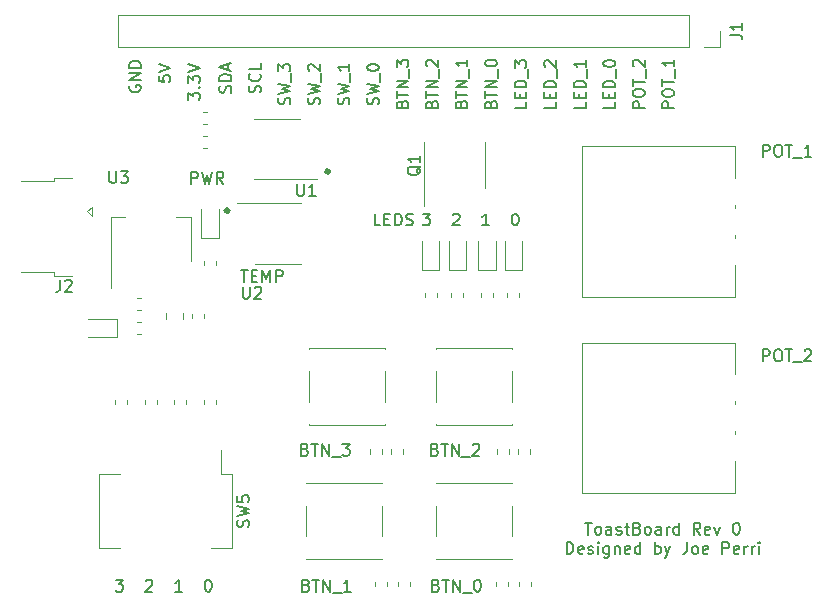
<source format=gbr>
%TF.GenerationSoftware,KiCad,Pcbnew,5.1.6-c6e7f7d~86~ubuntu18.04.1*%
%TF.CreationDate,2020-06-24T09:12:56-04:00*%
%TF.ProjectId,Toastboard,546f6173-7462-46f6-9172-642e6b696361,rev?*%
%TF.SameCoordinates,Original*%
%TF.FileFunction,Legend,Top*%
%TF.FilePolarity,Positive*%
%FSLAX46Y46*%
G04 Gerber Fmt 4.6, Leading zero omitted, Abs format (unit mm)*
G04 Created by KiCad (PCBNEW 5.1.6-c6e7f7d~86~ubuntu18.04.1) date 2020-06-24 09:12:56*
%MOMM*%
%LPD*%
G01*
G04 APERTURE LIST*
%ADD10C,0.400000*%
%ADD11C,0.150000*%
%ADD12C,0.120000*%
G04 APERTURE END LIST*
D10*
X86200000Y-60900000D02*
G75*
G03*
X86200000Y-60900000I-100000J0D01*
G01*
X77700000Y-64200000D02*
G75*
G03*
X77700000Y-64200000I-100000J0D01*
G01*
D11*
X122976190Y-59627380D02*
X122976190Y-58627380D01*
X123357142Y-58627380D01*
X123452380Y-58675000D01*
X123500000Y-58722619D01*
X123547619Y-58817857D01*
X123547619Y-58960714D01*
X123500000Y-59055952D01*
X123452380Y-59103571D01*
X123357142Y-59151190D01*
X122976190Y-59151190D01*
X124166666Y-58627380D02*
X124357142Y-58627380D01*
X124452380Y-58675000D01*
X124547619Y-58770238D01*
X124595238Y-58960714D01*
X124595238Y-59294047D01*
X124547619Y-59484523D01*
X124452380Y-59579761D01*
X124357142Y-59627380D01*
X124166666Y-59627380D01*
X124071428Y-59579761D01*
X123976190Y-59484523D01*
X123928571Y-59294047D01*
X123928571Y-58960714D01*
X123976190Y-58770238D01*
X124071428Y-58675000D01*
X124166666Y-58627380D01*
X124880952Y-58627380D02*
X125452380Y-58627380D01*
X125166666Y-59627380D02*
X125166666Y-58627380D01*
X125547619Y-59722619D02*
X126309523Y-59722619D01*
X127071428Y-59627380D02*
X126500000Y-59627380D01*
X126785714Y-59627380D02*
X126785714Y-58627380D01*
X126690476Y-58770238D01*
X126595238Y-58865476D01*
X126500000Y-58913095D01*
X107904761Y-90627380D02*
X108476190Y-90627380D01*
X108190476Y-91627380D02*
X108190476Y-90627380D01*
X108952380Y-91627380D02*
X108857142Y-91579761D01*
X108809523Y-91532142D01*
X108761904Y-91436904D01*
X108761904Y-91151190D01*
X108809523Y-91055952D01*
X108857142Y-91008333D01*
X108952380Y-90960714D01*
X109095238Y-90960714D01*
X109190476Y-91008333D01*
X109238095Y-91055952D01*
X109285714Y-91151190D01*
X109285714Y-91436904D01*
X109238095Y-91532142D01*
X109190476Y-91579761D01*
X109095238Y-91627380D01*
X108952380Y-91627380D01*
X110142857Y-91627380D02*
X110142857Y-91103571D01*
X110095238Y-91008333D01*
X110000000Y-90960714D01*
X109809523Y-90960714D01*
X109714285Y-91008333D01*
X110142857Y-91579761D02*
X110047619Y-91627380D01*
X109809523Y-91627380D01*
X109714285Y-91579761D01*
X109666666Y-91484523D01*
X109666666Y-91389285D01*
X109714285Y-91294047D01*
X109809523Y-91246428D01*
X110047619Y-91246428D01*
X110142857Y-91198809D01*
X110571428Y-91579761D02*
X110666666Y-91627380D01*
X110857142Y-91627380D01*
X110952380Y-91579761D01*
X111000000Y-91484523D01*
X111000000Y-91436904D01*
X110952380Y-91341666D01*
X110857142Y-91294047D01*
X110714285Y-91294047D01*
X110619047Y-91246428D01*
X110571428Y-91151190D01*
X110571428Y-91103571D01*
X110619047Y-91008333D01*
X110714285Y-90960714D01*
X110857142Y-90960714D01*
X110952380Y-91008333D01*
X111285714Y-90960714D02*
X111666666Y-90960714D01*
X111428571Y-90627380D02*
X111428571Y-91484523D01*
X111476190Y-91579761D01*
X111571428Y-91627380D01*
X111666666Y-91627380D01*
X112333333Y-91103571D02*
X112476190Y-91151190D01*
X112523809Y-91198809D01*
X112571428Y-91294047D01*
X112571428Y-91436904D01*
X112523809Y-91532142D01*
X112476190Y-91579761D01*
X112380952Y-91627380D01*
X112000000Y-91627380D01*
X112000000Y-90627380D01*
X112333333Y-90627380D01*
X112428571Y-90675000D01*
X112476190Y-90722619D01*
X112523809Y-90817857D01*
X112523809Y-90913095D01*
X112476190Y-91008333D01*
X112428571Y-91055952D01*
X112333333Y-91103571D01*
X112000000Y-91103571D01*
X113142857Y-91627380D02*
X113047619Y-91579761D01*
X113000000Y-91532142D01*
X112952380Y-91436904D01*
X112952380Y-91151190D01*
X113000000Y-91055952D01*
X113047619Y-91008333D01*
X113142857Y-90960714D01*
X113285714Y-90960714D01*
X113380952Y-91008333D01*
X113428571Y-91055952D01*
X113476190Y-91151190D01*
X113476190Y-91436904D01*
X113428571Y-91532142D01*
X113380952Y-91579761D01*
X113285714Y-91627380D01*
X113142857Y-91627380D01*
X114333333Y-91627380D02*
X114333333Y-91103571D01*
X114285714Y-91008333D01*
X114190476Y-90960714D01*
X114000000Y-90960714D01*
X113904761Y-91008333D01*
X114333333Y-91579761D02*
X114238095Y-91627380D01*
X114000000Y-91627380D01*
X113904761Y-91579761D01*
X113857142Y-91484523D01*
X113857142Y-91389285D01*
X113904761Y-91294047D01*
X114000000Y-91246428D01*
X114238095Y-91246428D01*
X114333333Y-91198809D01*
X114809523Y-91627380D02*
X114809523Y-90960714D01*
X114809523Y-91151190D02*
X114857142Y-91055952D01*
X114904761Y-91008333D01*
X115000000Y-90960714D01*
X115095238Y-90960714D01*
X115857142Y-91627380D02*
X115857142Y-90627380D01*
X115857142Y-91579761D02*
X115761904Y-91627380D01*
X115571428Y-91627380D01*
X115476190Y-91579761D01*
X115428571Y-91532142D01*
X115380952Y-91436904D01*
X115380952Y-91151190D01*
X115428571Y-91055952D01*
X115476190Y-91008333D01*
X115571428Y-90960714D01*
X115761904Y-90960714D01*
X115857142Y-91008333D01*
X117666666Y-91627380D02*
X117333333Y-91151190D01*
X117095238Y-91627380D02*
X117095238Y-90627380D01*
X117476190Y-90627380D01*
X117571428Y-90675000D01*
X117619047Y-90722619D01*
X117666666Y-90817857D01*
X117666666Y-90960714D01*
X117619047Y-91055952D01*
X117571428Y-91103571D01*
X117476190Y-91151190D01*
X117095238Y-91151190D01*
X118476190Y-91579761D02*
X118380952Y-91627380D01*
X118190476Y-91627380D01*
X118095238Y-91579761D01*
X118047619Y-91484523D01*
X118047619Y-91103571D01*
X118095238Y-91008333D01*
X118190476Y-90960714D01*
X118380952Y-90960714D01*
X118476190Y-91008333D01*
X118523809Y-91103571D01*
X118523809Y-91198809D01*
X118047619Y-91294047D01*
X118857142Y-90960714D02*
X119095238Y-91627380D01*
X119333333Y-90960714D01*
X120666666Y-90627380D02*
X120761904Y-90627380D01*
X120857142Y-90675000D01*
X120904761Y-90722619D01*
X120952380Y-90817857D01*
X121000000Y-91008333D01*
X121000000Y-91246428D01*
X120952380Y-91436904D01*
X120904761Y-91532142D01*
X120857142Y-91579761D01*
X120761904Y-91627380D01*
X120666666Y-91627380D01*
X120571428Y-91579761D01*
X120523809Y-91532142D01*
X120476190Y-91436904D01*
X120428571Y-91246428D01*
X120428571Y-91008333D01*
X120476190Y-90817857D01*
X120523809Y-90722619D01*
X120571428Y-90675000D01*
X120666666Y-90627380D01*
X106357142Y-93277380D02*
X106357142Y-92277380D01*
X106595238Y-92277380D01*
X106738095Y-92325000D01*
X106833333Y-92420238D01*
X106880952Y-92515476D01*
X106928571Y-92705952D01*
X106928571Y-92848809D01*
X106880952Y-93039285D01*
X106833333Y-93134523D01*
X106738095Y-93229761D01*
X106595238Y-93277380D01*
X106357142Y-93277380D01*
X107738095Y-93229761D02*
X107642857Y-93277380D01*
X107452380Y-93277380D01*
X107357142Y-93229761D01*
X107309523Y-93134523D01*
X107309523Y-92753571D01*
X107357142Y-92658333D01*
X107452380Y-92610714D01*
X107642857Y-92610714D01*
X107738095Y-92658333D01*
X107785714Y-92753571D01*
X107785714Y-92848809D01*
X107309523Y-92944047D01*
X108166666Y-93229761D02*
X108261904Y-93277380D01*
X108452380Y-93277380D01*
X108547619Y-93229761D01*
X108595238Y-93134523D01*
X108595238Y-93086904D01*
X108547619Y-92991666D01*
X108452380Y-92944047D01*
X108309523Y-92944047D01*
X108214285Y-92896428D01*
X108166666Y-92801190D01*
X108166666Y-92753571D01*
X108214285Y-92658333D01*
X108309523Y-92610714D01*
X108452380Y-92610714D01*
X108547619Y-92658333D01*
X109023809Y-93277380D02*
X109023809Y-92610714D01*
X109023809Y-92277380D02*
X108976190Y-92325000D01*
X109023809Y-92372619D01*
X109071428Y-92325000D01*
X109023809Y-92277380D01*
X109023809Y-92372619D01*
X109928571Y-92610714D02*
X109928571Y-93420238D01*
X109880952Y-93515476D01*
X109833333Y-93563095D01*
X109738095Y-93610714D01*
X109595238Y-93610714D01*
X109500000Y-93563095D01*
X109928571Y-93229761D02*
X109833333Y-93277380D01*
X109642857Y-93277380D01*
X109547619Y-93229761D01*
X109500000Y-93182142D01*
X109452380Y-93086904D01*
X109452380Y-92801190D01*
X109500000Y-92705952D01*
X109547619Y-92658333D01*
X109642857Y-92610714D01*
X109833333Y-92610714D01*
X109928571Y-92658333D01*
X110404761Y-92610714D02*
X110404761Y-93277380D01*
X110404761Y-92705952D02*
X110452380Y-92658333D01*
X110547619Y-92610714D01*
X110690476Y-92610714D01*
X110785714Y-92658333D01*
X110833333Y-92753571D01*
X110833333Y-93277380D01*
X111690476Y-93229761D02*
X111595238Y-93277380D01*
X111404761Y-93277380D01*
X111309523Y-93229761D01*
X111261904Y-93134523D01*
X111261904Y-92753571D01*
X111309523Y-92658333D01*
X111404761Y-92610714D01*
X111595238Y-92610714D01*
X111690476Y-92658333D01*
X111738095Y-92753571D01*
X111738095Y-92848809D01*
X111261904Y-92944047D01*
X112595238Y-93277380D02*
X112595238Y-92277380D01*
X112595238Y-93229761D02*
X112500000Y-93277380D01*
X112309523Y-93277380D01*
X112214285Y-93229761D01*
X112166666Y-93182142D01*
X112119047Y-93086904D01*
X112119047Y-92801190D01*
X112166666Y-92705952D01*
X112214285Y-92658333D01*
X112309523Y-92610714D01*
X112500000Y-92610714D01*
X112595238Y-92658333D01*
X113833333Y-93277380D02*
X113833333Y-92277380D01*
X113833333Y-92658333D02*
X113928571Y-92610714D01*
X114119047Y-92610714D01*
X114214285Y-92658333D01*
X114261904Y-92705952D01*
X114309523Y-92801190D01*
X114309523Y-93086904D01*
X114261904Y-93182142D01*
X114214285Y-93229761D01*
X114119047Y-93277380D01*
X113928571Y-93277380D01*
X113833333Y-93229761D01*
X114642857Y-92610714D02*
X114880952Y-93277380D01*
X115119047Y-92610714D02*
X114880952Y-93277380D01*
X114785714Y-93515476D01*
X114738095Y-93563095D01*
X114642857Y-93610714D01*
X116547619Y-92277380D02*
X116547619Y-92991666D01*
X116500000Y-93134523D01*
X116404761Y-93229761D01*
X116261904Y-93277380D01*
X116166666Y-93277380D01*
X117166666Y-93277380D02*
X117071428Y-93229761D01*
X117023809Y-93182142D01*
X116976190Y-93086904D01*
X116976190Y-92801190D01*
X117023809Y-92705952D01*
X117071428Y-92658333D01*
X117166666Y-92610714D01*
X117309523Y-92610714D01*
X117404761Y-92658333D01*
X117452380Y-92705952D01*
X117500000Y-92801190D01*
X117500000Y-93086904D01*
X117452380Y-93182142D01*
X117404761Y-93229761D01*
X117309523Y-93277380D01*
X117166666Y-93277380D01*
X118309523Y-93229761D02*
X118214285Y-93277380D01*
X118023809Y-93277380D01*
X117928571Y-93229761D01*
X117880952Y-93134523D01*
X117880952Y-92753571D01*
X117928571Y-92658333D01*
X118023809Y-92610714D01*
X118214285Y-92610714D01*
X118309523Y-92658333D01*
X118357142Y-92753571D01*
X118357142Y-92848809D01*
X117880952Y-92944047D01*
X119547619Y-93277380D02*
X119547619Y-92277380D01*
X119928571Y-92277380D01*
X120023809Y-92325000D01*
X120071428Y-92372619D01*
X120119047Y-92467857D01*
X120119047Y-92610714D01*
X120071428Y-92705952D01*
X120023809Y-92753571D01*
X119928571Y-92801190D01*
X119547619Y-92801190D01*
X120928571Y-93229761D02*
X120833333Y-93277380D01*
X120642857Y-93277380D01*
X120547619Y-93229761D01*
X120499999Y-93134523D01*
X120499999Y-92753571D01*
X120547619Y-92658333D01*
X120642857Y-92610714D01*
X120833333Y-92610714D01*
X120928571Y-92658333D01*
X120976190Y-92753571D01*
X120976190Y-92848809D01*
X120499999Y-92944047D01*
X121404761Y-93277380D02*
X121404761Y-92610714D01*
X121404761Y-92801190D02*
X121452380Y-92705952D01*
X121499999Y-92658333D01*
X121595238Y-92610714D01*
X121690476Y-92610714D01*
X122023809Y-93277380D02*
X122023809Y-92610714D01*
X122023809Y-92801190D02*
X122071428Y-92705952D01*
X122119047Y-92658333D01*
X122214285Y-92610714D01*
X122309523Y-92610714D01*
X122642857Y-93277380D02*
X122642857Y-92610714D01*
X122642857Y-92277380D02*
X122595238Y-92325000D01*
X122642857Y-92372619D01*
X122690476Y-92325000D01*
X122642857Y-92277380D01*
X122642857Y-92372619D01*
X70714285Y-95547619D02*
X70761904Y-95500000D01*
X70857142Y-95452380D01*
X71095238Y-95452380D01*
X71190476Y-95500000D01*
X71238095Y-95547619D01*
X71285714Y-95642857D01*
X71285714Y-95738095D01*
X71238095Y-95880952D01*
X70666666Y-96452380D01*
X71285714Y-96452380D01*
X68166666Y-95452380D02*
X68785714Y-95452380D01*
X68452380Y-95833333D01*
X68595238Y-95833333D01*
X68690476Y-95880952D01*
X68738095Y-95928571D01*
X68785714Y-96023809D01*
X68785714Y-96261904D01*
X68738095Y-96357142D01*
X68690476Y-96404761D01*
X68595238Y-96452380D01*
X68309523Y-96452380D01*
X68214285Y-96404761D01*
X68166666Y-96357142D01*
X73785714Y-96452380D02*
X73214285Y-96452380D01*
X73500000Y-96452380D02*
X73500000Y-95452380D01*
X73404761Y-95595238D01*
X73309523Y-95690476D01*
X73214285Y-95738095D01*
X75952380Y-95452380D02*
X76047619Y-95452380D01*
X76142857Y-95500000D01*
X76190476Y-95547619D01*
X76238095Y-95642857D01*
X76285714Y-95833333D01*
X76285714Y-96071428D01*
X76238095Y-96261904D01*
X76190476Y-96357142D01*
X76142857Y-96404761D01*
X76047619Y-96452380D01*
X75952380Y-96452380D01*
X75857142Y-96404761D01*
X75809523Y-96357142D01*
X75761904Y-96261904D01*
X75714285Y-96071428D01*
X75714285Y-95833333D01*
X75761904Y-95642857D01*
X75809523Y-95547619D01*
X75857142Y-95500000D01*
X75952380Y-95452380D01*
X78790476Y-69252380D02*
X79361904Y-69252380D01*
X79076190Y-70252380D02*
X79076190Y-69252380D01*
X79695238Y-69728571D02*
X80028571Y-69728571D01*
X80171428Y-70252380D02*
X79695238Y-70252380D01*
X79695238Y-69252380D01*
X80171428Y-69252380D01*
X80600000Y-70252380D02*
X80600000Y-69252380D01*
X80933333Y-69966666D01*
X81266666Y-69252380D01*
X81266666Y-70252380D01*
X81742857Y-70252380D02*
X81742857Y-69252380D01*
X82123809Y-69252380D01*
X82219047Y-69300000D01*
X82266666Y-69347619D01*
X82314285Y-69442857D01*
X82314285Y-69585714D01*
X82266666Y-69680952D01*
X82219047Y-69728571D01*
X82123809Y-69776190D01*
X81742857Y-69776190D01*
X122976190Y-76952380D02*
X122976190Y-75952380D01*
X123357142Y-75952380D01*
X123452380Y-76000000D01*
X123500000Y-76047619D01*
X123547619Y-76142857D01*
X123547619Y-76285714D01*
X123500000Y-76380952D01*
X123452380Y-76428571D01*
X123357142Y-76476190D01*
X122976190Y-76476190D01*
X124166666Y-75952380D02*
X124357142Y-75952380D01*
X124452380Y-76000000D01*
X124547619Y-76095238D01*
X124595238Y-76285714D01*
X124595238Y-76619047D01*
X124547619Y-76809523D01*
X124452380Y-76904761D01*
X124357142Y-76952380D01*
X124166666Y-76952380D01*
X124071428Y-76904761D01*
X123976190Y-76809523D01*
X123928571Y-76619047D01*
X123928571Y-76285714D01*
X123976190Y-76095238D01*
X124071428Y-76000000D01*
X124166666Y-75952380D01*
X124880952Y-75952380D02*
X125452380Y-75952380D01*
X125166666Y-76952380D02*
X125166666Y-75952380D01*
X125547619Y-77047619D02*
X126309523Y-77047619D01*
X126500000Y-76047619D02*
X126547619Y-76000000D01*
X126642857Y-75952380D01*
X126880952Y-75952380D01*
X126976190Y-76000000D01*
X127023809Y-76047619D01*
X127071428Y-76142857D01*
X127071428Y-76238095D01*
X127023809Y-76380952D01*
X126452380Y-76952380D01*
X127071428Y-76952380D01*
X90580952Y-65452380D02*
X90104761Y-65452380D01*
X90104761Y-64452380D01*
X90914285Y-64928571D02*
X91247619Y-64928571D01*
X91390476Y-65452380D02*
X90914285Y-65452380D01*
X90914285Y-64452380D01*
X91390476Y-64452380D01*
X91819047Y-65452380D02*
X91819047Y-64452380D01*
X92057142Y-64452380D01*
X92200000Y-64500000D01*
X92295238Y-64595238D01*
X92342857Y-64690476D01*
X92390476Y-64880952D01*
X92390476Y-65023809D01*
X92342857Y-65214285D01*
X92295238Y-65309523D01*
X92200000Y-65404761D01*
X92057142Y-65452380D01*
X91819047Y-65452380D01*
X92771428Y-65404761D02*
X92914285Y-65452380D01*
X93152380Y-65452380D01*
X93247619Y-65404761D01*
X93295238Y-65357142D01*
X93342857Y-65261904D01*
X93342857Y-65166666D01*
X93295238Y-65071428D01*
X93247619Y-65023809D01*
X93152380Y-64976190D01*
X92961904Y-64928571D01*
X92866666Y-64880952D01*
X92819047Y-64833333D01*
X92771428Y-64738095D01*
X92771428Y-64642857D01*
X92819047Y-64547619D01*
X92866666Y-64500000D01*
X92961904Y-64452380D01*
X93200000Y-64452380D01*
X93342857Y-64500000D01*
X94166666Y-64452380D02*
X94785714Y-64452380D01*
X94452380Y-64833333D01*
X94595238Y-64833333D01*
X94690476Y-64880952D01*
X94738095Y-64928571D01*
X94785714Y-65023809D01*
X94785714Y-65261904D01*
X94738095Y-65357142D01*
X94690476Y-65404761D01*
X94595238Y-65452380D01*
X94309523Y-65452380D01*
X94214285Y-65404761D01*
X94166666Y-65357142D01*
X96714285Y-64547619D02*
X96761904Y-64500000D01*
X96857142Y-64452380D01*
X97095238Y-64452380D01*
X97190476Y-64500000D01*
X97238095Y-64547619D01*
X97285714Y-64642857D01*
X97285714Y-64738095D01*
X97238095Y-64880952D01*
X96666666Y-65452380D01*
X97285714Y-65452380D01*
X99785714Y-65452380D02*
X99214285Y-65452380D01*
X99500000Y-65452380D02*
X99500000Y-64452380D01*
X99404761Y-64595238D01*
X99309523Y-64690476D01*
X99214285Y-64738095D01*
X101952380Y-64452380D02*
X102047619Y-64452380D01*
X102142857Y-64500000D01*
X102190476Y-64547619D01*
X102238095Y-64642857D01*
X102285714Y-64833333D01*
X102285714Y-65071428D01*
X102238095Y-65261904D01*
X102190476Y-65357142D01*
X102142857Y-65404761D01*
X102047619Y-65452380D01*
X101952380Y-65452380D01*
X101857142Y-65404761D01*
X101809523Y-65357142D01*
X101761904Y-65261904D01*
X101714285Y-65071428D01*
X101714285Y-64833333D01*
X101761904Y-64642857D01*
X101809523Y-64547619D01*
X101857142Y-64500000D01*
X101952380Y-64452380D01*
X115452380Y-55523809D02*
X114452380Y-55523809D01*
X114452380Y-55142857D01*
X114500000Y-55047619D01*
X114547619Y-55000000D01*
X114642857Y-54952380D01*
X114785714Y-54952380D01*
X114880952Y-55000000D01*
X114928571Y-55047619D01*
X114976190Y-55142857D01*
X114976190Y-55523809D01*
X114452380Y-54333333D02*
X114452380Y-54142857D01*
X114500000Y-54047619D01*
X114595238Y-53952380D01*
X114785714Y-53904761D01*
X115119047Y-53904761D01*
X115309523Y-53952380D01*
X115404761Y-54047619D01*
X115452380Y-54142857D01*
X115452380Y-54333333D01*
X115404761Y-54428571D01*
X115309523Y-54523809D01*
X115119047Y-54571428D01*
X114785714Y-54571428D01*
X114595238Y-54523809D01*
X114500000Y-54428571D01*
X114452380Y-54333333D01*
X114452380Y-53619047D02*
X114452380Y-53047619D01*
X115452380Y-53333333D02*
X114452380Y-53333333D01*
X115547619Y-52952380D02*
X115547619Y-52190476D01*
X115452380Y-51428571D02*
X115452380Y-52000000D01*
X115452380Y-51714285D02*
X114452380Y-51714285D01*
X114595238Y-51809523D01*
X114690476Y-51904761D01*
X114738095Y-52000000D01*
X112952380Y-55523809D02*
X111952380Y-55523809D01*
X111952380Y-55142857D01*
X112000000Y-55047619D01*
X112047619Y-55000000D01*
X112142857Y-54952380D01*
X112285714Y-54952380D01*
X112380952Y-55000000D01*
X112428571Y-55047619D01*
X112476190Y-55142857D01*
X112476190Y-55523809D01*
X111952380Y-54333333D02*
X111952380Y-54142857D01*
X112000000Y-54047619D01*
X112095238Y-53952380D01*
X112285714Y-53904761D01*
X112619047Y-53904761D01*
X112809523Y-53952380D01*
X112904761Y-54047619D01*
X112952380Y-54142857D01*
X112952380Y-54333333D01*
X112904761Y-54428571D01*
X112809523Y-54523809D01*
X112619047Y-54571428D01*
X112285714Y-54571428D01*
X112095238Y-54523809D01*
X112000000Y-54428571D01*
X111952380Y-54333333D01*
X111952380Y-53619047D02*
X111952380Y-53047619D01*
X112952380Y-53333333D02*
X111952380Y-53333333D01*
X113047619Y-52952380D02*
X113047619Y-52190476D01*
X112047619Y-52000000D02*
X112000000Y-51952380D01*
X111952380Y-51857142D01*
X111952380Y-51619047D01*
X112000000Y-51523809D01*
X112047619Y-51476190D01*
X112142857Y-51428571D01*
X112238095Y-51428571D01*
X112380952Y-51476190D01*
X112952380Y-52047619D01*
X112952380Y-51428571D01*
X110452380Y-55000000D02*
X110452380Y-55476190D01*
X109452380Y-55476190D01*
X109928571Y-54666666D02*
X109928571Y-54333333D01*
X110452380Y-54190476D02*
X110452380Y-54666666D01*
X109452380Y-54666666D01*
X109452380Y-54190476D01*
X110452380Y-53761904D02*
X109452380Y-53761904D01*
X109452380Y-53523809D01*
X109500000Y-53380952D01*
X109595238Y-53285714D01*
X109690476Y-53238095D01*
X109880952Y-53190476D01*
X110023809Y-53190476D01*
X110214285Y-53238095D01*
X110309523Y-53285714D01*
X110404761Y-53380952D01*
X110452380Y-53523809D01*
X110452380Y-53761904D01*
X110547619Y-53000000D02*
X110547619Y-52238095D01*
X109452380Y-51809523D02*
X109452380Y-51714285D01*
X109500000Y-51619047D01*
X109547619Y-51571428D01*
X109642857Y-51523809D01*
X109833333Y-51476190D01*
X110071428Y-51476190D01*
X110261904Y-51523809D01*
X110357142Y-51571428D01*
X110404761Y-51619047D01*
X110452380Y-51714285D01*
X110452380Y-51809523D01*
X110404761Y-51904761D01*
X110357142Y-51952380D01*
X110261904Y-52000000D01*
X110071428Y-52047619D01*
X109833333Y-52047619D01*
X109642857Y-52000000D01*
X109547619Y-51952380D01*
X109500000Y-51904761D01*
X109452380Y-51809523D01*
X107952380Y-55000000D02*
X107952380Y-55476190D01*
X106952380Y-55476190D01*
X107428571Y-54666666D02*
X107428571Y-54333333D01*
X107952380Y-54190476D02*
X107952380Y-54666666D01*
X106952380Y-54666666D01*
X106952380Y-54190476D01*
X107952380Y-53761904D02*
X106952380Y-53761904D01*
X106952380Y-53523809D01*
X107000000Y-53380952D01*
X107095238Y-53285714D01*
X107190476Y-53238095D01*
X107380952Y-53190476D01*
X107523809Y-53190476D01*
X107714285Y-53238095D01*
X107809523Y-53285714D01*
X107904761Y-53380952D01*
X107952380Y-53523809D01*
X107952380Y-53761904D01*
X108047619Y-53000000D02*
X108047619Y-52238095D01*
X107952380Y-51476190D02*
X107952380Y-52047619D01*
X107952380Y-51761904D02*
X106952380Y-51761904D01*
X107095238Y-51857142D01*
X107190476Y-51952380D01*
X107238095Y-52047619D01*
X105452380Y-55000000D02*
X105452380Y-55476190D01*
X104452380Y-55476190D01*
X104928571Y-54666666D02*
X104928571Y-54333333D01*
X105452380Y-54190476D02*
X105452380Y-54666666D01*
X104452380Y-54666666D01*
X104452380Y-54190476D01*
X105452380Y-53761904D02*
X104452380Y-53761904D01*
X104452380Y-53523809D01*
X104500000Y-53380952D01*
X104595238Y-53285714D01*
X104690476Y-53238095D01*
X104880952Y-53190476D01*
X105023809Y-53190476D01*
X105214285Y-53238095D01*
X105309523Y-53285714D01*
X105404761Y-53380952D01*
X105452380Y-53523809D01*
X105452380Y-53761904D01*
X105547619Y-53000000D02*
X105547619Y-52238095D01*
X104547619Y-52047619D02*
X104500000Y-52000000D01*
X104452380Y-51904761D01*
X104452380Y-51666666D01*
X104500000Y-51571428D01*
X104547619Y-51523809D01*
X104642857Y-51476190D01*
X104738095Y-51476190D01*
X104880952Y-51523809D01*
X105452380Y-52095238D01*
X105452380Y-51476190D01*
X102952380Y-55000000D02*
X102952380Y-55476190D01*
X101952380Y-55476190D01*
X102428571Y-54666666D02*
X102428571Y-54333333D01*
X102952380Y-54190476D02*
X102952380Y-54666666D01*
X101952380Y-54666666D01*
X101952380Y-54190476D01*
X102952380Y-53761904D02*
X101952380Y-53761904D01*
X101952380Y-53523809D01*
X102000000Y-53380952D01*
X102095238Y-53285714D01*
X102190476Y-53238095D01*
X102380952Y-53190476D01*
X102523809Y-53190476D01*
X102714285Y-53238095D01*
X102809523Y-53285714D01*
X102904761Y-53380952D01*
X102952380Y-53523809D01*
X102952380Y-53761904D01*
X103047619Y-53000000D02*
X103047619Y-52238095D01*
X101952380Y-52095238D02*
X101952380Y-51476190D01*
X102333333Y-51809523D01*
X102333333Y-51666666D01*
X102380952Y-51571428D01*
X102428571Y-51523809D01*
X102523809Y-51476190D01*
X102761904Y-51476190D01*
X102857142Y-51523809D01*
X102904761Y-51571428D01*
X102952380Y-51666666D01*
X102952380Y-51952380D01*
X102904761Y-52047619D01*
X102857142Y-52095238D01*
X99928571Y-55190476D02*
X99976190Y-55047619D01*
X100023809Y-55000000D01*
X100119047Y-54952380D01*
X100261904Y-54952380D01*
X100357142Y-55000000D01*
X100404761Y-55047619D01*
X100452380Y-55142857D01*
X100452380Y-55523809D01*
X99452380Y-55523809D01*
X99452380Y-55190476D01*
X99500000Y-55095238D01*
X99547619Y-55047619D01*
X99642857Y-55000000D01*
X99738095Y-55000000D01*
X99833333Y-55047619D01*
X99880952Y-55095238D01*
X99928571Y-55190476D01*
X99928571Y-55523809D01*
X99452380Y-54666666D02*
X99452380Y-54095238D01*
X100452380Y-54380952D02*
X99452380Y-54380952D01*
X100452380Y-53761904D02*
X99452380Y-53761904D01*
X100452380Y-53190476D01*
X99452380Y-53190476D01*
X100547619Y-52952380D02*
X100547619Y-52190476D01*
X99452380Y-51761904D02*
X99452380Y-51666666D01*
X99500000Y-51571428D01*
X99547619Y-51523809D01*
X99642857Y-51476190D01*
X99833333Y-51428571D01*
X100071428Y-51428571D01*
X100261904Y-51476190D01*
X100357142Y-51523809D01*
X100404761Y-51571428D01*
X100452380Y-51666666D01*
X100452380Y-51761904D01*
X100404761Y-51857142D01*
X100357142Y-51904761D01*
X100261904Y-51952380D01*
X100071428Y-52000000D01*
X99833333Y-52000000D01*
X99642857Y-51952380D01*
X99547619Y-51904761D01*
X99500000Y-51857142D01*
X99452380Y-51761904D01*
X97428571Y-55190476D02*
X97476190Y-55047619D01*
X97523809Y-55000000D01*
X97619047Y-54952380D01*
X97761904Y-54952380D01*
X97857142Y-55000000D01*
X97904761Y-55047619D01*
X97952380Y-55142857D01*
X97952380Y-55523809D01*
X96952380Y-55523809D01*
X96952380Y-55190476D01*
X97000000Y-55095238D01*
X97047619Y-55047619D01*
X97142857Y-55000000D01*
X97238095Y-55000000D01*
X97333333Y-55047619D01*
X97380952Y-55095238D01*
X97428571Y-55190476D01*
X97428571Y-55523809D01*
X96952380Y-54666666D02*
X96952380Y-54095238D01*
X97952380Y-54380952D02*
X96952380Y-54380952D01*
X97952380Y-53761904D02*
X96952380Y-53761904D01*
X97952380Y-53190476D01*
X96952380Y-53190476D01*
X98047619Y-52952380D02*
X98047619Y-52190476D01*
X97952380Y-51428571D02*
X97952380Y-52000000D01*
X97952380Y-51714285D02*
X96952380Y-51714285D01*
X97095238Y-51809523D01*
X97190476Y-51904761D01*
X97238095Y-52000000D01*
X94928571Y-55190476D02*
X94976190Y-55047619D01*
X95023809Y-55000000D01*
X95119047Y-54952380D01*
X95261904Y-54952380D01*
X95357142Y-55000000D01*
X95404761Y-55047619D01*
X95452380Y-55142857D01*
X95452380Y-55523809D01*
X94452380Y-55523809D01*
X94452380Y-55190476D01*
X94500000Y-55095238D01*
X94547619Y-55047619D01*
X94642857Y-55000000D01*
X94738095Y-55000000D01*
X94833333Y-55047619D01*
X94880952Y-55095238D01*
X94928571Y-55190476D01*
X94928571Y-55523809D01*
X94452380Y-54666666D02*
X94452380Y-54095238D01*
X95452380Y-54380952D02*
X94452380Y-54380952D01*
X95452380Y-53761904D02*
X94452380Y-53761904D01*
X95452380Y-53190476D01*
X94452380Y-53190476D01*
X95547619Y-52952380D02*
X95547619Y-52190476D01*
X94547619Y-52000000D02*
X94500000Y-51952380D01*
X94452380Y-51857142D01*
X94452380Y-51619047D01*
X94500000Y-51523809D01*
X94547619Y-51476190D01*
X94642857Y-51428571D01*
X94738095Y-51428571D01*
X94880952Y-51476190D01*
X95452380Y-52047619D01*
X95452380Y-51428571D01*
X92428571Y-55190476D02*
X92476190Y-55047619D01*
X92523809Y-55000000D01*
X92619047Y-54952380D01*
X92761904Y-54952380D01*
X92857142Y-55000000D01*
X92904761Y-55047619D01*
X92952380Y-55142857D01*
X92952380Y-55523809D01*
X91952380Y-55523809D01*
X91952380Y-55190476D01*
X92000000Y-55095238D01*
X92047619Y-55047619D01*
X92142857Y-55000000D01*
X92238095Y-55000000D01*
X92333333Y-55047619D01*
X92380952Y-55095238D01*
X92428571Y-55190476D01*
X92428571Y-55523809D01*
X91952380Y-54666666D02*
X91952380Y-54095238D01*
X92952380Y-54380952D02*
X91952380Y-54380952D01*
X92952380Y-53761904D02*
X91952380Y-53761904D01*
X92952380Y-53190476D01*
X91952380Y-53190476D01*
X93047619Y-52952380D02*
X93047619Y-52190476D01*
X91952380Y-52047619D02*
X91952380Y-51428571D01*
X92333333Y-51761904D01*
X92333333Y-51619047D01*
X92380952Y-51523809D01*
X92428571Y-51476190D01*
X92523809Y-51428571D01*
X92761904Y-51428571D01*
X92857142Y-51476190D01*
X92904761Y-51523809D01*
X92952380Y-51619047D01*
X92952380Y-51904761D01*
X92904761Y-52000000D01*
X92857142Y-52047619D01*
X90404761Y-55214285D02*
X90452380Y-55071428D01*
X90452380Y-54833333D01*
X90404761Y-54738095D01*
X90357142Y-54690476D01*
X90261904Y-54642857D01*
X90166666Y-54642857D01*
X90071428Y-54690476D01*
X90023809Y-54738095D01*
X89976190Y-54833333D01*
X89928571Y-55023809D01*
X89880952Y-55119047D01*
X89833333Y-55166666D01*
X89738095Y-55214285D01*
X89642857Y-55214285D01*
X89547619Y-55166666D01*
X89500000Y-55119047D01*
X89452380Y-55023809D01*
X89452380Y-54785714D01*
X89500000Y-54642857D01*
X89452380Y-54309523D02*
X90452380Y-54071428D01*
X89738095Y-53880952D01*
X90452380Y-53690476D01*
X89452380Y-53452380D01*
X90547619Y-53309523D02*
X90547619Y-52547619D01*
X89452380Y-52119047D02*
X89452380Y-52023809D01*
X89500000Y-51928571D01*
X89547619Y-51880952D01*
X89642857Y-51833333D01*
X89833333Y-51785714D01*
X90071428Y-51785714D01*
X90261904Y-51833333D01*
X90357142Y-51880952D01*
X90404761Y-51928571D01*
X90452380Y-52023809D01*
X90452380Y-52119047D01*
X90404761Y-52214285D01*
X90357142Y-52261904D01*
X90261904Y-52309523D01*
X90071428Y-52357142D01*
X89833333Y-52357142D01*
X89642857Y-52309523D01*
X89547619Y-52261904D01*
X89500000Y-52214285D01*
X89452380Y-52119047D01*
X87904761Y-55214285D02*
X87952380Y-55071428D01*
X87952380Y-54833333D01*
X87904761Y-54738095D01*
X87857142Y-54690476D01*
X87761904Y-54642857D01*
X87666666Y-54642857D01*
X87571428Y-54690476D01*
X87523809Y-54738095D01*
X87476190Y-54833333D01*
X87428571Y-55023809D01*
X87380952Y-55119047D01*
X87333333Y-55166666D01*
X87238095Y-55214285D01*
X87142857Y-55214285D01*
X87047619Y-55166666D01*
X87000000Y-55119047D01*
X86952380Y-55023809D01*
X86952380Y-54785714D01*
X87000000Y-54642857D01*
X86952380Y-54309523D02*
X87952380Y-54071428D01*
X87238095Y-53880952D01*
X87952380Y-53690476D01*
X86952380Y-53452380D01*
X88047619Y-53309523D02*
X88047619Y-52547619D01*
X87952380Y-51785714D02*
X87952380Y-52357142D01*
X87952380Y-52071428D02*
X86952380Y-52071428D01*
X87095238Y-52166666D01*
X87190476Y-52261904D01*
X87238095Y-52357142D01*
X85404761Y-55214285D02*
X85452380Y-55071428D01*
X85452380Y-54833333D01*
X85404761Y-54738095D01*
X85357142Y-54690476D01*
X85261904Y-54642857D01*
X85166666Y-54642857D01*
X85071428Y-54690476D01*
X85023809Y-54738095D01*
X84976190Y-54833333D01*
X84928571Y-55023809D01*
X84880952Y-55119047D01*
X84833333Y-55166666D01*
X84738095Y-55214285D01*
X84642857Y-55214285D01*
X84547619Y-55166666D01*
X84500000Y-55119047D01*
X84452380Y-55023809D01*
X84452380Y-54785714D01*
X84500000Y-54642857D01*
X84452380Y-54309523D02*
X85452380Y-54071428D01*
X84738095Y-53880952D01*
X85452380Y-53690476D01*
X84452380Y-53452380D01*
X85547619Y-53309523D02*
X85547619Y-52547619D01*
X84547619Y-52357142D02*
X84500000Y-52309523D01*
X84452380Y-52214285D01*
X84452380Y-51976190D01*
X84500000Y-51880952D01*
X84547619Y-51833333D01*
X84642857Y-51785714D01*
X84738095Y-51785714D01*
X84880952Y-51833333D01*
X85452380Y-52404761D01*
X85452380Y-51785714D01*
X82904761Y-55214285D02*
X82952380Y-55071428D01*
X82952380Y-54833333D01*
X82904761Y-54738095D01*
X82857142Y-54690476D01*
X82761904Y-54642857D01*
X82666666Y-54642857D01*
X82571428Y-54690476D01*
X82523809Y-54738095D01*
X82476190Y-54833333D01*
X82428571Y-55023809D01*
X82380952Y-55119047D01*
X82333333Y-55166666D01*
X82238095Y-55214285D01*
X82142857Y-55214285D01*
X82047619Y-55166666D01*
X82000000Y-55119047D01*
X81952380Y-55023809D01*
X81952380Y-54785714D01*
X82000000Y-54642857D01*
X81952380Y-54309523D02*
X82952380Y-54071428D01*
X82238095Y-53880952D01*
X82952380Y-53690476D01*
X81952380Y-53452380D01*
X83047619Y-53309523D02*
X83047619Y-52547619D01*
X81952380Y-52404761D02*
X81952380Y-51785714D01*
X82333333Y-52119047D01*
X82333333Y-51976190D01*
X82380952Y-51880952D01*
X82428571Y-51833333D01*
X82523809Y-51785714D01*
X82761904Y-51785714D01*
X82857142Y-51833333D01*
X82904761Y-51880952D01*
X82952380Y-51976190D01*
X82952380Y-52261904D01*
X82904761Y-52357142D01*
X82857142Y-52404761D01*
X80404761Y-54190476D02*
X80452380Y-54047619D01*
X80452380Y-53809523D01*
X80404761Y-53714285D01*
X80357142Y-53666666D01*
X80261904Y-53619047D01*
X80166666Y-53619047D01*
X80071428Y-53666666D01*
X80023809Y-53714285D01*
X79976190Y-53809523D01*
X79928571Y-54000000D01*
X79880952Y-54095238D01*
X79833333Y-54142857D01*
X79738095Y-54190476D01*
X79642857Y-54190476D01*
X79547619Y-54142857D01*
X79500000Y-54095238D01*
X79452380Y-54000000D01*
X79452380Y-53761904D01*
X79500000Y-53619047D01*
X80357142Y-52619047D02*
X80404761Y-52666666D01*
X80452380Y-52809523D01*
X80452380Y-52904761D01*
X80404761Y-53047619D01*
X80309523Y-53142857D01*
X80214285Y-53190476D01*
X80023809Y-53238095D01*
X79880952Y-53238095D01*
X79690476Y-53190476D01*
X79595238Y-53142857D01*
X79500000Y-53047619D01*
X79452380Y-52904761D01*
X79452380Y-52809523D01*
X79500000Y-52666666D01*
X79547619Y-52619047D01*
X80452380Y-51714285D02*
X80452380Y-52190476D01*
X79452380Y-52190476D01*
X77904761Y-54214285D02*
X77952380Y-54071428D01*
X77952380Y-53833333D01*
X77904761Y-53738095D01*
X77857142Y-53690476D01*
X77761904Y-53642857D01*
X77666666Y-53642857D01*
X77571428Y-53690476D01*
X77523809Y-53738095D01*
X77476190Y-53833333D01*
X77428571Y-54023809D01*
X77380952Y-54119047D01*
X77333333Y-54166666D01*
X77238095Y-54214285D01*
X77142857Y-54214285D01*
X77047619Y-54166666D01*
X77000000Y-54119047D01*
X76952380Y-54023809D01*
X76952380Y-53785714D01*
X77000000Y-53642857D01*
X77952380Y-53214285D02*
X76952380Y-53214285D01*
X76952380Y-52976190D01*
X77000000Y-52833333D01*
X77095238Y-52738095D01*
X77190476Y-52690476D01*
X77380952Y-52642857D01*
X77523809Y-52642857D01*
X77714285Y-52690476D01*
X77809523Y-52738095D01*
X77904761Y-52833333D01*
X77952380Y-52976190D01*
X77952380Y-53214285D01*
X77666666Y-52261904D02*
X77666666Y-51785714D01*
X77952380Y-52357142D02*
X76952380Y-52023809D01*
X77952380Y-51690476D01*
X74302380Y-54826190D02*
X74302380Y-54207142D01*
X74683333Y-54540476D01*
X74683333Y-54397619D01*
X74730952Y-54302380D01*
X74778571Y-54254761D01*
X74873809Y-54207142D01*
X75111904Y-54207142D01*
X75207142Y-54254761D01*
X75254761Y-54302380D01*
X75302380Y-54397619D01*
X75302380Y-54683333D01*
X75254761Y-54778571D01*
X75207142Y-54826190D01*
X75207142Y-53778571D02*
X75254761Y-53730952D01*
X75302380Y-53778571D01*
X75254761Y-53826190D01*
X75207142Y-53778571D01*
X75302380Y-53778571D01*
X74302380Y-53397619D02*
X74302380Y-52778571D01*
X74683333Y-53111904D01*
X74683333Y-52969047D01*
X74730952Y-52873809D01*
X74778571Y-52826190D01*
X74873809Y-52778571D01*
X75111904Y-52778571D01*
X75207142Y-52826190D01*
X75254761Y-52873809D01*
X75302380Y-52969047D01*
X75302380Y-53254761D01*
X75254761Y-53350000D01*
X75207142Y-53397619D01*
X74302380Y-52492857D02*
X75302380Y-52159523D01*
X74302380Y-51826190D01*
X71802380Y-52790476D02*
X71802380Y-53266666D01*
X72278571Y-53314285D01*
X72230952Y-53266666D01*
X72183333Y-53171428D01*
X72183333Y-52933333D01*
X72230952Y-52838095D01*
X72278571Y-52790476D01*
X72373809Y-52742857D01*
X72611904Y-52742857D01*
X72707142Y-52790476D01*
X72754761Y-52838095D01*
X72802380Y-52933333D01*
X72802380Y-53171428D01*
X72754761Y-53266666D01*
X72707142Y-53314285D01*
X71802380Y-52457142D02*
X72802380Y-52123809D01*
X71802380Y-51790476D01*
X69350000Y-53611904D02*
X69302380Y-53707142D01*
X69302380Y-53850000D01*
X69350000Y-53992857D01*
X69445238Y-54088095D01*
X69540476Y-54135714D01*
X69730952Y-54183333D01*
X69873809Y-54183333D01*
X70064285Y-54135714D01*
X70159523Y-54088095D01*
X70254761Y-53992857D01*
X70302380Y-53850000D01*
X70302380Y-53754761D01*
X70254761Y-53611904D01*
X70207142Y-53564285D01*
X69873809Y-53564285D01*
X69873809Y-53754761D01*
X70302380Y-53135714D02*
X69302380Y-53135714D01*
X70302380Y-52564285D01*
X69302380Y-52564285D01*
X70302380Y-52088095D02*
X69302380Y-52088095D01*
X69302380Y-51850000D01*
X69350000Y-51707142D01*
X69445238Y-51611904D01*
X69540476Y-51564285D01*
X69730952Y-51516666D01*
X69873809Y-51516666D01*
X70064285Y-51564285D01*
X70159523Y-51611904D01*
X70254761Y-51707142D01*
X70302380Y-51850000D01*
X70302380Y-52088095D01*
X74566666Y-61927380D02*
X74566666Y-60927380D01*
X74947619Y-60927380D01*
X75042857Y-60975000D01*
X75090476Y-61022619D01*
X75138095Y-61117857D01*
X75138095Y-61260714D01*
X75090476Y-61355952D01*
X75042857Y-61403571D01*
X74947619Y-61451190D01*
X74566666Y-61451190D01*
X75471428Y-60927380D02*
X75709523Y-61927380D01*
X75900000Y-61213095D01*
X76090476Y-61927380D01*
X76328571Y-60927380D01*
X77280952Y-61927380D02*
X76947619Y-61451190D01*
X76709523Y-61927380D02*
X76709523Y-60927380D01*
X77090476Y-60927380D01*
X77185714Y-60975000D01*
X77233333Y-61022619D01*
X77280952Y-61117857D01*
X77280952Y-61260714D01*
X77233333Y-61355952D01*
X77185714Y-61403571D01*
X77090476Y-61451190D01*
X76709523Y-61451190D01*
D12*
%TO.C,J1*%
X116730000Y-47670000D02*
X116730000Y-50330000D01*
X116730000Y-47670000D02*
X68410000Y-47670000D01*
X68410000Y-47670000D02*
X68410000Y-50330000D01*
X116730000Y-50330000D02*
X68410000Y-50330000D01*
X119330000Y-50330000D02*
X118000000Y-50330000D01*
X119330000Y-49000000D02*
X119330000Y-50330000D01*
%TO.C,J2*%
X62915000Y-61425000D02*
X64465000Y-61425000D01*
X62915000Y-61425000D02*
X62915000Y-61725000D01*
X60115000Y-61725000D02*
X62915000Y-61725000D01*
X62915000Y-69725000D02*
X64465000Y-69725000D01*
X62915000Y-69425000D02*
X62915000Y-69725000D01*
X60115000Y-69425000D02*
X62915000Y-69425000D01*
X66165000Y-64675000D02*
X65715000Y-64275000D01*
X66165000Y-63875000D02*
X66165000Y-64675000D01*
X65715000Y-64275000D02*
X66165000Y-63875000D01*
%TO.C,C1*%
X74640000Y-72978733D02*
X74640000Y-73321267D01*
X75660000Y-72978733D02*
X75660000Y-73321267D01*
%TO.C,C2*%
X70321267Y-72660000D02*
X69978733Y-72660000D01*
X70321267Y-71640000D02*
X69978733Y-71640000D01*
%TO.C,C3*%
X102340000Y-95678733D02*
X102340000Y-96021267D01*
X103360000Y-95678733D02*
X103360000Y-96021267D01*
%TO.C,C4*%
X93110000Y-95678733D02*
X93110000Y-96021267D01*
X92090000Y-95678733D02*
X92090000Y-96021267D01*
%TO.C,C5*%
X103260000Y-84428733D02*
X103260000Y-84771267D01*
X102240000Y-84428733D02*
X102240000Y-84771267D01*
%TO.C,C6*%
X91490000Y-84428733D02*
X91490000Y-84771267D01*
X92510000Y-84428733D02*
X92510000Y-84771267D01*
%TO.C,D1*%
X94115000Y-66800000D02*
X94115000Y-69260000D01*
X94115000Y-69260000D02*
X95585000Y-69260000D01*
X95585000Y-69260000D02*
X95585000Y-66800000D01*
%TO.C,D2*%
X65850000Y-74885000D02*
X68310000Y-74885000D01*
X68310000Y-74885000D02*
X68310000Y-73415000D01*
X68310000Y-73415000D02*
X65850000Y-73415000D01*
%TO.C,D3*%
X96365000Y-66800000D02*
X96365000Y-69260000D01*
X96365000Y-69260000D02*
X97835000Y-69260000D01*
X97835000Y-69260000D02*
X97835000Y-66800000D01*
%TO.C,D4*%
X98865000Y-66800000D02*
X98865000Y-69260000D01*
X98865000Y-69260000D02*
X100335000Y-69260000D01*
X100335000Y-69260000D02*
X100335000Y-66800000D01*
%TO.C,D5*%
X102585000Y-69260000D02*
X102585000Y-66800000D01*
X101115000Y-69260000D02*
X102585000Y-69260000D01*
X101115000Y-66800000D02*
X101115000Y-69260000D01*
%TO.C,D6*%
X76885000Y-66560000D02*
X76885000Y-64100000D01*
X75415000Y-66560000D02*
X76885000Y-66560000D01*
X75415000Y-64100000D02*
X75415000Y-66560000D01*
%TO.C,F1*%
X70321267Y-74660000D02*
X69978733Y-74660000D01*
X70321267Y-73640000D02*
X69978733Y-73640000D01*
%TO.C,FB1*%
X73860000Y-72888748D02*
X73860000Y-73411252D01*
X72440000Y-72888748D02*
X72440000Y-73411252D01*
%TO.C,Q1*%
X99410000Y-60350000D02*
X99410000Y-58400000D01*
X99410000Y-60350000D02*
X99410000Y-62300000D01*
X94290000Y-60350000D02*
X94290000Y-58400000D01*
X94290000Y-60350000D02*
X94290000Y-63800000D01*
%TO.C,R1*%
X95360000Y-71178733D02*
X95360000Y-71521267D01*
X94340000Y-71178733D02*
X94340000Y-71521267D01*
%TO.C,R2*%
X97610000Y-71178733D02*
X97610000Y-71521267D01*
X96590000Y-71178733D02*
X96590000Y-71521267D01*
%TO.C,R3*%
X100110000Y-71178733D02*
X100110000Y-71521267D01*
X99090000Y-71178733D02*
X99090000Y-71521267D01*
%TO.C,R4*%
X101334999Y-71178733D02*
X101334999Y-71521267D01*
X102354999Y-71178733D02*
X102354999Y-71521267D01*
%TO.C,R5*%
X75528733Y-57890000D02*
X75871267Y-57890000D01*
X75528733Y-58910000D02*
X75871267Y-58910000D01*
%TO.C,R6*%
X75528733Y-56910000D02*
X75871267Y-56910000D01*
X75528733Y-55890000D02*
X75871267Y-55890000D01*
%TO.C,R7*%
X76660000Y-68478733D02*
X76660000Y-68821267D01*
X75640000Y-68478733D02*
X75640000Y-68821267D01*
%TO.C,R8*%
X100340000Y-95678733D02*
X100340000Y-96021267D01*
X101360000Y-95678733D02*
X101360000Y-96021267D01*
%TO.C,R9*%
X91110000Y-95678733D02*
X91110000Y-96021267D01*
X90090000Y-95678733D02*
X90090000Y-96021267D01*
%TO.C,R10*%
X100490000Y-84428733D02*
X100490000Y-84771267D01*
X101510000Y-84428733D02*
X101510000Y-84771267D01*
%TO.C,R11*%
X76660000Y-80571267D02*
X76660000Y-80228733D01*
X75640000Y-80571267D02*
X75640000Y-80228733D01*
%TO.C,R12*%
X74160000Y-80571267D02*
X74160000Y-80228733D01*
X73140000Y-80571267D02*
X73140000Y-80228733D01*
%TO.C,R13*%
X70640000Y-80571267D02*
X70640000Y-80228733D01*
X71660000Y-80571267D02*
X71660000Y-80228733D01*
%TO.C,R14*%
X90760000Y-84428733D02*
X90760000Y-84771267D01*
X89740000Y-84428733D02*
X89740000Y-84771267D01*
%TO.C,R15*%
X69160000Y-80571267D02*
X69160000Y-80228733D01*
X68140000Y-80571267D02*
X68140000Y-80228733D01*
%TO.C,RV1*%
X107630000Y-71510000D02*
X107630000Y-58770000D01*
X120570000Y-61445000D02*
X120570000Y-58770000D01*
X120570000Y-63984000D02*
X120570000Y-63755000D01*
X120570000Y-66525000D02*
X120570000Y-66295000D01*
X120570000Y-71510000D02*
X120570000Y-68835000D01*
X120570000Y-58770000D02*
X107630000Y-58770000D01*
X120570000Y-71510000D02*
X107630000Y-71510000D01*
%TO.C,RV2*%
X120570000Y-88110000D02*
X107630000Y-88110000D01*
X120570000Y-75370000D02*
X107630000Y-75370000D01*
X120570000Y-88110000D02*
X120570000Y-85435000D01*
X120570000Y-83125000D02*
X120570000Y-82895000D01*
X120570000Y-80584000D02*
X120570000Y-80355000D01*
X120570000Y-78045000D02*
X120570000Y-75370000D01*
X107630000Y-88110000D02*
X107630000Y-75370000D01*
%TO.C,BTN_0*%
X101755001Y-87260001D02*
X101755001Y-87290001D01*
X101755001Y-93720001D02*
X101755001Y-93690001D01*
X95295001Y-93720001D02*
X95295001Y-93690001D01*
X95295001Y-87290001D02*
X95295001Y-87260001D01*
X101755001Y-89190001D02*
X101755001Y-91790001D01*
X95295001Y-87260001D02*
X101755001Y-87260001D01*
X95295001Y-89190001D02*
X95295001Y-91790001D01*
X95295001Y-93720001D02*
X101755001Y-93720001D01*
%TO.C,BTN_1*%
X84245001Y-93720001D02*
X90705001Y-93720001D01*
X84245001Y-89190001D02*
X84245001Y-91790001D01*
X84245001Y-87260001D02*
X90705001Y-87260001D01*
X90705001Y-89190001D02*
X90705001Y-91790001D01*
X84245001Y-87290001D02*
X84245001Y-87260001D01*
X84245001Y-93720001D02*
X84245001Y-93690001D01*
X90705001Y-93720001D02*
X90705001Y-93690001D01*
X90705001Y-87260001D02*
X90705001Y-87290001D01*
%TO.C,BTN_2*%
X101730000Y-75870000D02*
X101730000Y-75900000D01*
X101730000Y-82330000D02*
X101730000Y-82300000D01*
X95270000Y-82330000D02*
X95270000Y-82300000D01*
X95270000Y-75900000D02*
X95270000Y-75870000D01*
X101730000Y-77800000D02*
X101730000Y-80400000D01*
X95270000Y-75870000D02*
X101730000Y-75870000D01*
X95270000Y-77800000D02*
X95270000Y-80400000D01*
X95270000Y-82330000D02*
X101730000Y-82330000D01*
%TO.C,BTN_3*%
X84520000Y-82330000D02*
X90980000Y-82330000D01*
X84520000Y-77800000D02*
X84520000Y-80400000D01*
X84520000Y-75870000D02*
X90980000Y-75870000D01*
X90980000Y-77800000D02*
X90980000Y-80400000D01*
X84520000Y-75900000D02*
X84520000Y-75870000D01*
X84520000Y-82330000D02*
X84520000Y-82300000D01*
X90980000Y-82330000D02*
X90980000Y-82300000D01*
X90980000Y-75870000D02*
X90980000Y-75900000D01*
%TO.C,SW5*%
X66790000Y-86490000D02*
X66790000Y-92810000D01*
X77061000Y-84450000D02*
X77061000Y-86490000D01*
X78010000Y-86490000D02*
X77061000Y-86490000D01*
X78010000Y-86490000D02*
X78010000Y-92810000D01*
X78010000Y-92810000D02*
X76271000Y-92810000D01*
X68530000Y-86490000D02*
X66790000Y-86490000D01*
X68530000Y-92810000D02*
X66790000Y-92810000D01*
%TO.C,U1*%
X81800000Y-61560000D02*
X85250000Y-61560000D01*
X81800000Y-61560000D02*
X79850000Y-61560000D01*
X81800000Y-56440000D02*
X83750000Y-56440000D01*
X81800000Y-56440000D02*
X79850000Y-56440000D01*
%TO.C,U2*%
X81875000Y-68715000D02*
X83825000Y-68715000D01*
X81875000Y-68715000D02*
X79925000Y-68715000D01*
X81875000Y-63595000D02*
X83825000Y-63595000D01*
X81875000Y-63595000D02*
X78425000Y-63595000D01*
%TO.C,U3*%
X74560000Y-64740000D02*
X73300000Y-64740000D01*
X67740000Y-64740000D02*
X69000000Y-64740000D01*
X74560000Y-68500000D02*
X74560000Y-64740000D01*
X67740000Y-70750000D02*
X67740000Y-64740000D01*
%TO.C,J1*%
D11*
X120222380Y-49333333D02*
X120936666Y-49333333D01*
X121079523Y-49380952D01*
X121174761Y-49476190D01*
X121222380Y-49619047D01*
X121222380Y-49714285D01*
X121222380Y-48333333D02*
X121222380Y-48904761D01*
X121222380Y-48619047D02*
X120222380Y-48619047D01*
X120365238Y-48714285D01*
X120460476Y-48809523D01*
X120508095Y-48904761D01*
%TO.C,J2*%
X63466666Y-70052380D02*
X63466666Y-70766666D01*
X63419047Y-70909523D01*
X63323809Y-71004761D01*
X63180952Y-71052380D01*
X63085714Y-71052380D01*
X63895238Y-70147619D02*
X63942857Y-70100000D01*
X64038095Y-70052380D01*
X64276190Y-70052380D01*
X64371428Y-70100000D01*
X64419047Y-70147619D01*
X64466666Y-70242857D01*
X64466666Y-70338095D01*
X64419047Y-70480952D01*
X63847619Y-71052380D01*
X64466666Y-71052380D01*
%TO.C,Q1*%
X93997619Y-60445238D02*
X93950000Y-60540476D01*
X93854761Y-60635714D01*
X93711904Y-60778571D01*
X93664285Y-60873809D01*
X93664285Y-60969047D01*
X93902380Y-60921428D02*
X93854761Y-61016666D01*
X93759523Y-61111904D01*
X93569047Y-61159523D01*
X93235714Y-61159523D01*
X93045238Y-61111904D01*
X92950000Y-61016666D01*
X92902380Y-60921428D01*
X92902380Y-60730952D01*
X92950000Y-60635714D01*
X93045238Y-60540476D01*
X93235714Y-60492857D01*
X93569047Y-60492857D01*
X93759523Y-60540476D01*
X93854761Y-60635714D01*
X93902380Y-60730952D01*
X93902380Y-60921428D01*
X93902380Y-59540476D02*
X93902380Y-60111904D01*
X93902380Y-59826190D02*
X92902380Y-59826190D01*
X93045238Y-59921428D01*
X93140476Y-60016666D01*
X93188095Y-60111904D01*
%TO.C,BTN_0*%
X95309523Y-95928571D02*
X95452380Y-95976190D01*
X95500000Y-96023809D01*
X95547619Y-96119047D01*
X95547619Y-96261904D01*
X95500000Y-96357142D01*
X95452380Y-96404761D01*
X95357142Y-96452380D01*
X94976190Y-96452380D01*
X94976190Y-95452380D01*
X95309523Y-95452380D01*
X95404761Y-95500000D01*
X95452380Y-95547619D01*
X95500000Y-95642857D01*
X95500000Y-95738095D01*
X95452380Y-95833333D01*
X95404761Y-95880952D01*
X95309523Y-95928571D01*
X94976190Y-95928571D01*
X95833333Y-95452380D02*
X96404761Y-95452380D01*
X96119047Y-96452380D02*
X96119047Y-95452380D01*
X96738095Y-96452380D02*
X96738095Y-95452380D01*
X97309523Y-96452380D01*
X97309523Y-95452380D01*
X97547619Y-96547619D02*
X98309523Y-96547619D01*
X98738095Y-95452380D02*
X98833333Y-95452380D01*
X98928571Y-95500000D01*
X98976190Y-95547619D01*
X99023809Y-95642857D01*
X99071428Y-95833333D01*
X99071428Y-96071428D01*
X99023809Y-96261904D01*
X98976190Y-96357142D01*
X98928571Y-96404761D01*
X98833333Y-96452380D01*
X98738095Y-96452380D01*
X98642857Y-96404761D01*
X98595238Y-96357142D01*
X98547619Y-96261904D01*
X98500000Y-96071428D01*
X98500000Y-95833333D01*
X98547619Y-95642857D01*
X98595238Y-95547619D01*
X98642857Y-95500000D01*
X98738095Y-95452380D01*
%TO.C,BTN_1*%
X84309523Y-95928571D02*
X84452380Y-95976190D01*
X84500000Y-96023809D01*
X84547619Y-96119047D01*
X84547619Y-96261904D01*
X84500000Y-96357142D01*
X84452380Y-96404761D01*
X84357142Y-96452380D01*
X83976190Y-96452380D01*
X83976190Y-95452380D01*
X84309523Y-95452380D01*
X84404761Y-95500000D01*
X84452380Y-95547619D01*
X84500000Y-95642857D01*
X84500000Y-95738095D01*
X84452380Y-95833333D01*
X84404761Y-95880952D01*
X84309523Y-95928571D01*
X83976190Y-95928571D01*
X84833333Y-95452380D02*
X85404761Y-95452380D01*
X85119047Y-96452380D02*
X85119047Y-95452380D01*
X85738095Y-96452380D02*
X85738095Y-95452380D01*
X86309523Y-96452380D01*
X86309523Y-95452380D01*
X86547619Y-96547619D02*
X87309523Y-96547619D01*
X88071428Y-96452380D02*
X87500000Y-96452380D01*
X87785714Y-96452380D02*
X87785714Y-95452380D01*
X87690476Y-95595238D01*
X87595238Y-95690476D01*
X87500000Y-95738095D01*
%TO.C,BTN_2*%
X95209523Y-84428571D02*
X95352380Y-84476190D01*
X95400000Y-84523809D01*
X95447619Y-84619047D01*
X95447619Y-84761904D01*
X95400000Y-84857142D01*
X95352380Y-84904761D01*
X95257142Y-84952380D01*
X94876190Y-84952380D01*
X94876190Y-83952380D01*
X95209523Y-83952380D01*
X95304761Y-84000000D01*
X95352380Y-84047619D01*
X95400000Y-84142857D01*
X95400000Y-84238095D01*
X95352380Y-84333333D01*
X95304761Y-84380952D01*
X95209523Y-84428571D01*
X94876190Y-84428571D01*
X95733333Y-83952380D02*
X96304761Y-83952380D01*
X96019047Y-84952380D02*
X96019047Y-83952380D01*
X96638095Y-84952380D02*
X96638095Y-83952380D01*
X97209523Y-84952380D01*
X97209523Y-83952380D01*
X97447619Y-85047619D02*
X98209523Y-85047619D01*
X98400000Y-84047619D02*
X98447619Y-84000000D01*
X98542857Y-83952380D01*
X98780952Y-83952380D01*
X98876190Y-84000000D01*
X98923809Y-84047619D01*
X98971428Y-84142857D01*
X98971428Y-84238095D01*
X98923809Y-84380952D01*
X98352380Y-84952380D01*
X98971428Y-84952380D01*
%TO.C,BTN_3*%
X84209523Y-84428571D02*
X84352380Y-84476190D01*
X84400000Y-84523809D01*
X84447619Y-84619047D01*
X84447619Y-84761904D01*
X84400000Y-84857142D01*
X84352380Y-84904761D01*
X84257142Y-84952380D01*
X83876190Y-84952380D01*
X83876190Y-83952380D01*
X84209523Y-83952380D01*
X84304761Y-84000000D01*
X84352380Y-84047619D01*
X84400000Y-84142857D01*
X84400000Y-84238095D01*
X84352380Y-84333333D01*
X84304761Y-84380952D01*
X84209523Y-84428571D01*
X83876190Y-84428571D01*
X84733333Y-83952380D02*
X85304761Y-83952380D01*
X85019047Y-84952380D02*
X85019047Y-83952380D01*
X85638095Y-84952380D02*
X85638095Y-83952380D01*
X86209523Y-84952380D01*
X86209523Y-83952380D01*
X86447619Y-85047619D02*
X87209523Y-85047619D01*
X87352380Y-83952380D02*
X87971428Y-83952380D01*
X87638095Y-84333333D01*
X87780952Y-84333333D01*
X87876190Y-84380952D01*
X87923809Y-84428571D01*
X87971428Y-84523809D01*
X87971428Y-84761904D01*
X87923809Y-84857142D01*
X87876190Y-84904761D01*
X87780952Y-84952380D01*
X87495238Y-84952380D01*
X87400000Y-84904761D01*
X87352380Y-84857142D01*
%TO.C,SW5*%
X79414761Y-90983333D02*
X79462380Y-90840476D01*
X79462380Y-90602380D01*
X79414761Y-90507142D01*
X79367142Y-90459523D01*
X79271904Y-90411904D01*
X79176666Y-90411904D01*
X79081428Y-90459523D01*
X79033809Y-90507142D01*
X78986190Y-90602380D01*
X78938571Y-90792857D01*
X78890952Y-90888095D01*
X78843333Y-90935714D01*
X78748095Y-90983333D01*
X78652857Y-90983333D01*
X78557619Y-90935714D01*
X78510000Y-90888095D01*
X78462380Y-90792857D01*
X78462380Y-90554761D01*
X78510000Y-90411904D01*
X78462380Y-90078571D02*
X79462380Y-89840476D01*
X78748095Y-89650000D01*
X79462380Y-89459523D01*
X78462380Y-89221428D01*
X78462380Y-88364285D02*
X78462380Y-88840476D01*
X78938571Y-88888095D01*
X78890952Y-88840476D01*
X78843333Y-88745238D01*
X78843333Y-88507142D01*
X78890952Y-88411904D01*
X78938571Y-88364285D01*
X79033809Y-88316666D01*
X79271904Y-88316666D01*
X79367142Y-88364285D01*
X79414761Y-88411904D01*
X79462380Y-88507142D01*
X79462380Y-88745238D01*
X79414761Y-88840476D01*
X79367142Y-88888095D01*
%TO.C,U1*%
X83538095Y-61952380D02*
X83538095Y-62761904D01*
X83585714Y-62857142D01*
X83633333Y-62904761D01*
X83728571Y-62952380D01*
X83919047Y-62952380D01*
X84014285Y-62904761D01*
X84061904Y-62857142D01*
X84109523Y-62761904D01*
X84109523Y-61952380D01*
X85109523Y-62952380D02*
X84538095Y-62952380D01*
X84823809Y-62952380D02*
X84823809Y-61952380D01*
X84728571Y-62095238D01*
X84633333Y-62190476D01*
X84538095Y-62238095D01*
%TO.C,U2*%
X78938095Y-70652380D02*
X78938095Y-71461904D01*
X78985714Y-71557142D01*
X79033333Y-71604761D01*
X79128571Y-71652380D01*
X79319047Y-71652380D01*
X79414285Y-71604761D01*
X79461904Y-71557142D01*
X79509523Y-71461904D01*
X79509523Y-70652380D01*
X79938095Y-70747619D02*
X79985714Y-70700000D01*
X80080952Y-70652380D01*
X80319047Y-70652380D01*
X80414285Y-70700000D01*
X80461904Y-70747619D01*
X80509523Y-70842857D01*
X80509523Y-70938095D01*
X80461904Y-71080952D01*
X79890476Y-71652380D01*
X80509523Y-71652380D01*
%TO.C,U3*%
X67638095Y-60852380D02*
X67638095Y-61661904D01*
X67685714Y-61757142D01*
X67733333Y-61804761D01*
X67828571Y-61852380D01*
X68019047Y-61852380D01*
X68114285Y-61804761D01*
X68161904Y-61757142D01*
X68209523Y-61661904D01*
X68209523Y-60852380D01*
X68590476Y-60852380D02*
X69209523Y-60852380D01*
X68876190Y-61233333D01*
X69019047Y-61233333D01*
X69114285Y-61280952D01*
X69161904Y-61328571D01*
X69209523Y-61423809D01*
X69209523Y-61661904D01*
X69161904Y-61757142D01*
X69114285Y-61804761D01*
X69019047Y-61852380D01*
X68733333Y-61852380D01*
X68638095Y-61804761D01*
X68590476Y-61757142D01*
%TD*%
M02*

</source>
